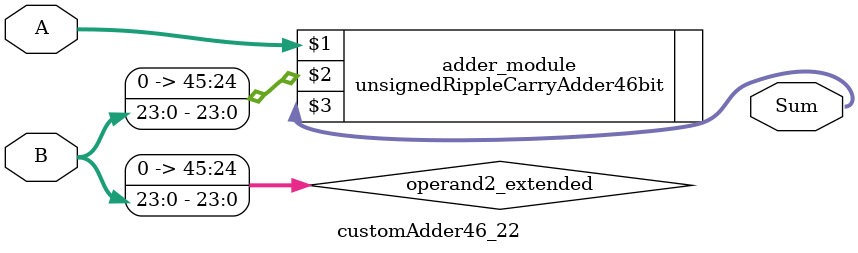
<source format=v>
module customAdder46_22(
                        input [45 : 0] A,
                        input [23 : 0] B,
                        
                        output [46 : 0] Sum
                );

        wire [45 : 0] operand2_extended;
        
        assign operand2_extended =  {22'b0, B};
        
        unsignedRippleCarryAdder46bit adder_module(
            A,
            operand2_extended,
            Sum
        );
        
        endmodule
        
</source>
